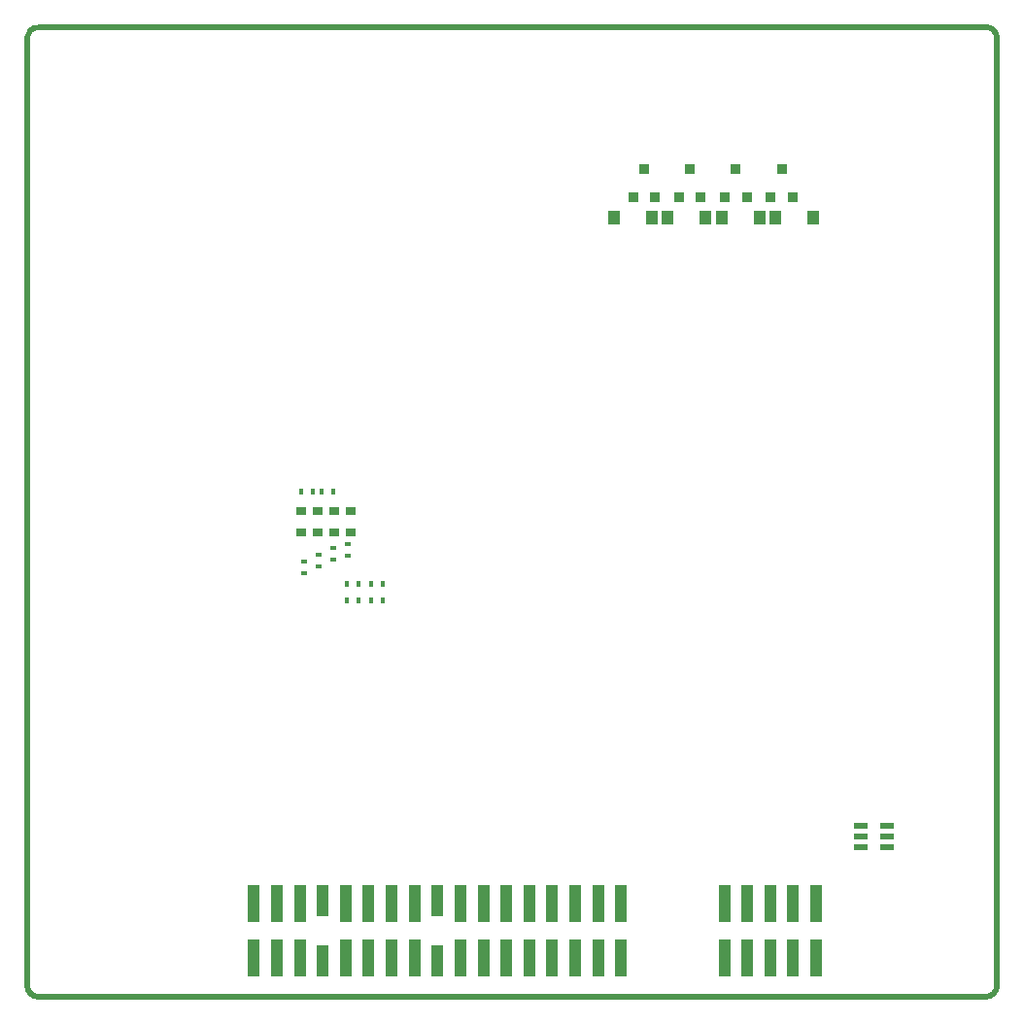
<source format=gbr>
G04*
G04 #@! TF.GenerationSoftware,Altium Limited,Altium Designer,24.1.2 (44)*
G04*
G04 Layer_Color=128*
%FSLAX44Y44*%
%MOMM*%
G71*
G04*
G04 #@! TF.SameCoordinates,594C4E7E-5880-4872-9B90-1EBF5E6123A4*
G04*
G04*
G04 #@! TF.FilePolarity,Positive*
G04*
G01*
G75*
%ADD16C,0.5080*%
%ADD46R,0.4500X0.6000*%
%ADD50R,0.9000X0.8000*%
%ADD51R,0.6000X0.4500*%
%ADD55R,0.9000X0.9500*%
%ADD159R,1.2000X0.6000*%
%ADD160R,1.0000X3.2000*%
%ADD161R,1.0000X2.8000*%
%ADD162R,1.0000X1.2000*%
D16*
X838080Y2518D02*
G03*
X844685Y5254I0J9341D01*
G01*
X5386Y5173D02*
G03*
X11795Y2518I6409J6409D01*
G01*
X4888Y844291D02*
G03*
X2517Y838567I5723J-5723D01*
G01*
X12537Y847459D02*
G03*
X4888Y844291I0J-10818D01*
G01*
X2517Y12098D02*
G03*
X5386Y5173I9794J0D01*
G01*
X844550Y844930D02*
G03*
X838430Y847465I-6120J-6120D01*
G01*
X847542Y837706D02*
G03*
X844550Y844930I-10216J0D01*
G01*
X844685Y5254D02*
G03*
X847542Y12153I-6899J6899D01*
G01*
Y837706D01*
X847090Y12605D02*
Y23622D01*
X2517Y834390D02*
X2517Y12098D01*
X2545Y714060D02*
Y834362D01*
Y714060D02*
Y834362D01*
X11795Y2518D02*
X838080D01*
X11817Y2540D02*
X22098D01*
X12537Y847459D02*
X64411D01*
X64417Y847465D02*
X838430D01*
X847090Y12605D02*
X847542Y12153D01*
X847090Y12605D02*
X847542Y12153D01*
X11795Y2518D02*
X11817Y2540D01*
X2517Y834390D02*
X2545Y834362D01*
X2517Y834390D02*
X2545Y834362D01*
X64411Y847459D02*
X64417Y847465D01*
X2517Y834390D02*
Y838567D01*
D46*
X291005Y347473D02*
D03*
X281004D02*
D03*
X312086Y347470D02*
D03*
X302085D02*
D03*
X291005Y361951D02*
D03*
X281004D02*
D03*
X312086Y361948D02*
D03*
X302085D02*
D03*
X269225Y442572D02*
D03*
X259224D02*
D03*
X251366D02*
D03*
X241365D02*
D03*
D50*
X284225Y407292D02*
D03*
X284226Y425451D02*
D03*
X269917D02*
D03*
X269916Y407292D02*
D03*
X255609Y425451D02*
D03*
X255607Y407292D02*
D03*
X241300Y425451D02*
D03*
X241299Y407292D02*
D03*
D51*
X243805Y371825D02*
D03*
Y381826D02*
D03*
X256437Y377523D02*
D03*
Y387524D02*
D03*
X281700Y387069D02*
D03*
Y397069D02*
D03*
X269069Y383619D02*
D03*
Y393620D02*
D03*
D55*
X530504Y698954D02*
D03*
X549504D02*
D03*
X540004Y723954D02*
D03*
X579882D02*
D03*
X589382Y698954D02*
D03*
X570382D02*
D03*
X620014Y723954D02*
D03*
X629514Y698954D02*
D03*
X610514D02*
D03*
X650392D02*
D03*
X669392D02*
D03*
X659892Y723954D02*
D03*
D159*
X728500Y151499D02*
D03*
Y141999D02*
D03*
Y132499D02*
D03*
X751500D02*
D03*
Y141999D02*
D03*
Y151499D02*
D03*
D160*
X520000Y36000D02*
D03*
Y84000D02*
D03*
X500000Y36000D02*
D03*
Y84000D02*
D03*
X480000Y36000D02*
D03*
Y84000D02*
D03*
X460000Y36000D02*
D03*
Y84000D02*
D03*
X440000Y36000D02*
D03*
Y84000D02*
D03*
X420000Y36000D02*
D03*
Y84000D02*
D03*
X400000Y36000D02*
D03*
Y84000D02*
D03*
X380000Y36000D02*
D03*
Y84000D02*
D03*
X340000Y36000D02*
D03*
Y84000D02*
D03*
X320000Y36000D02*
D03*
Y84000D02*
D03*
X300000Y36000D02*
D03*
Y84000D02*
D03*
X280000Y36000D02*
D03*
Y84000D02*
D03*
X240000Y36000D02*
D03*
Y84000D02*
D03*
X220000Y36000D02*
D03*
Y84000D02*
D03*
X200000Y36000D02*
D03*
Y84000D02*
D03*
X609999D02*
D03*
Y36000D02*
D03*
X629999Y84000D02*
D03*
Y36000D02*
D03*
X649999Y84000D02*
D03*
Y36000D02*
D03*
X669999Y84000D02*
D03*
Y36000D02*
D03*
X689999Y84000D02*
D03*
Y36000D02*
D03*
D161*
X360000Y34000D02*
D03*
Y86000D02*
D03*
X260000Y34000D02*
D03*
Y86000D02*
D03*
D162*
X687334Y681482D02*
D03*
X654294D02*
D03*
X607473D02*
D03*
X640513D02*
D03*
X513832D02*
D03*
X546872D02*
D03*
X593693D02*
D03*
X560653D02*
D03*
M02*

</source>
